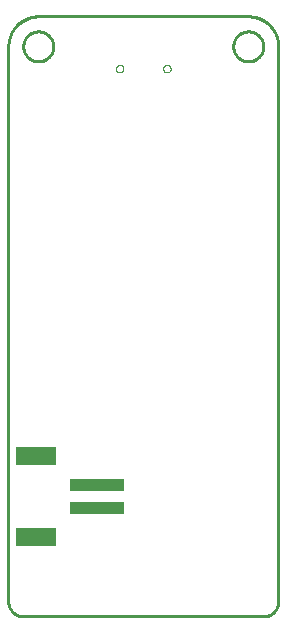
<source format=gbp>
G75*
%MOIN*%
%OFA0B0*%
%FSLAX25Y25*%
%IPPOS*%
%LPD*%
%AMOC8*
5,1,8,0,0,1.08239X$1,22.5*
%
%ADD10C,0.01000*%
%ADD11C,0.00000*%
%ADD12R,0.18110X0.03937*%
%ADD13R,0.13386X0.06299*%
D10*
X0006800Y0021144D02*
X0086800Y0021144D01*
X0086940Y0021146D01*
X0087080Y0021152D01*
X0087220Y0021162D01*
X0087360Y0021175D01*
X0087499Y0021193D01*
X0087638Y0021215D01*
X0087775Y0021240D01*
X0087913Y0021269D01*
X0088049Y0021302D01*
X0088184Y0021339D01*
X0088318Y0021380D01*
X0088451Y0021425D01*
X0088583Y0021473D01*
X0088713Y0021525D01*
X0088842Y0021580D01*
X0088969Y0021639D01*
X0089095Y0021702D01*
X0089219Y0021768D01*
X0089340Y0021837D01*
X0089460Y0021910D01*
X0089578Y0021987D01*
X0089693Y0022066D01*
X0089807Y0022149D01*
X0089917Y0022235D01*
X0090026Y0022324D01*
X0090132Y0022416D01*
X0090235Y0022511D01*
X0090336Y0022608D01*
X0090433Y0022709D01*
X0090528Y0022812D01*
X0090620Y0022918D01*
X0090709Y0023027D01*
X0090795Y0023137D01*
X0090878Y0023251D01*
X0090957Y0023366D01*
X0091034Y0023484D01*
X0091107Y0023604D01*
X0091176Y0023725D01*
X0091242Y0023849D01*
X0091305Y0023975D01*
X0091364Y0024102D01*
X0091419Y0024231D01*
X0091471Y0024361D01*
X0091519Y0024493D01*
X0091564Y0024626D01*
X0091605Y0024760D01*
X0091642Y0024895D01*
X0091675Y0025031D01*
X0091704Y0025169D01*
X0091729Y0025306D01*
X0091751Y0025445D01*
X0091769Y0025584D01*
X0091782Y0025724D01*
X0091792Y0025864D01*
X0091798Y0026004D01*
X0091800Y0026144D01*
X0091800Y0211144D01*
X0076800Y0211144D02*
X0076802Y0211285D01*
X0076808Y0211426D01*
X0076818Y0211566D01*
X0076832Y0211706D01*
X0076850Y0211846D01*
X0076871Y0211985D01*
X0076897Y0212124D01*
X0076926Y0212262D01*
X0076960Y0212398D01*
X0076997Y0212534D01*
X0077038Y0212669D01*
X0077083Y0212803D01*
X0077132Y0212935D01*
X0077184Y0213066D01*
X0077240Y0213195D01*
X0077300Y0213322D01*
X0077363Y0213448D01*
X0077429Y0213572D01*
X0077500Y0213695D01*
X0077573Y0213815D01*
X0077650Y0213933D01*
X0077730Y0214049D01*
X0077814Y0214162D01*
X0077900Y0214273D01*
X0077990Y0214382D01*
X0078083Y0214488D01*
X0078178Y0214591D01*
X0078277Y0214692D01*
X0078378Y0214790D01*
X0078482Y0214885D01*
X0078589Y0214977D01*
X0078698Y0215066D01*
X0078810Y0215151D01*
X0078924Y0215234D01*
X0079040Y0215314D01*
X0079159Y0215390D01*
X0079280Y0215462D01*
X0079402Y0215532D01*
X0079527Y0215597D01*
X0079653Y0215660D01*
X0079781Y0215718D01*
X0079911Y0215773D01*
X0080042Y0215825D01*
X0080175Y0215872D01*
X0080309Y0215916D01*
X0080444Y0215957D01*
X0080580Y0215993D01*
X0080717Y0216025D01*
X0080855Y0216054D01*
X0080993Y0216079D01*
X0081133Y0216099D01*
X0081273Y0216116D01*
X0081413Y0216129D01*
X0081554Y0216138D01*
X0081694Y0216143D01*
X0081835Y0216144D01*
X0081976Y0216141D01*
X0082117Y0216134D01*
X0082257Y0216123D01*
X0082397Y0216108D01*
X0082537Y0216089D01*
X0082676Y0216067D01*
X0082814Y0216040D01*
X0082952Y0216010D01*
X0083088Y0215975D01*
X0083224Y0215937D01*
X0083358Y0215895D01*
X0083492Y0215849D01*
X0083624Y0215800D01*
X0083754Y0215746D01*
X0083883Y0215689D01*
X0084010Y0215629D01*
X0084136Y0215565D01*
X0084259Y0215497D01*
X0084381Y0215426D01*
X0084501Y0215352D01*
X0084618Y0215274D01*
X0084733Y0215193D01*
X0084846Y0215109D01*
X0084957Y0215022D01*
X0085065Y0214931D01*
X0085170Y0214838D01*
X0085273Y0214741D01*
X0085373Y0214642D01*
X0085470Y0214540D01*
X0085564Y0214435D01*
X0085655Y0214328D01*
X0085743Y0214218D01*
X0085828Y0214106D01*
X0085910Y0213991D01*
X0085989Y0213874D01*
X0086064Y0213755D01*
X0086136Y0213634D01*
X0086204Y0213511D01*
X0086269Y0213386D01*
X0086331Y0213259D01*
X0086388Y0213130D01*
X0086443Y0213000D01*
X0086493Y0212869D01*
X0086540Y0212736D01*
X0086583Y0212602D01*
X0086622Y0212466D01*
X0086657Y0212330D01*
X0086689Y0212193D01*
X0086716Y0212055D01*
X0086740Y0211916D01*
X0086760Y0211776D01*
X0086776Y0211636D01*
X0086788Y0211496D01*
X0086796Y0211355D01*
X0086800Y0211214D01*
X0086800Y0211074D01*
X0086796Y0210933D01*
X0086788Y0210792D01*
X0086776Y0210652D01*
X0086760Y0210512D01*
X0086740Y0210372D01*
X0086716Y0210233D01*
X0086689Y0210095D01*
X0086657Y0209958D01*
X0086622Y0209822D01*
X0086583Y0209686D01*
X0086540Y0209552D01*
X0086493Y0209419D01*
X0086443Y0209288D01*
X0086388Y0209158D01*
X0086331Y0209029D01*
X0086269Y0208902D01*
X0086204Y0208777D01*
X0086136Y0208654D01*
X0086064Y0208533D01*
X0085989Y0208414D01*
X0085910Y0208297D01*
X0085828Y0208182D01*
X0085743Y0208070D01*
X0085655Y0207960D01*
X0085564Y0207853D01*
X0085470Y0207748D01*
X0085373Y0207646D01*
X0085273Y0207547D01*
X0085170Y0207450D01*
X0085065Y0207357D01*
X0084957Y0207266D01*
X0084846Y0207179D01*
X0084733Y0207095D01*
X0084618Y0207014D01*
X0084501Y0206936D01*
X0084381Y0206862D01*
X0084259Y0206791D01*
X0084136Y0206723D01*
X0084010Y0206659D01*
X0083883Y0206599D01*
X0083754Y0206542D01*
X0083624Y0206488D01*
X0083492Y0206439D01*
X0083358Y0206393D01*
X0083224Y0206351D01*
X0083088Y0206313D01*
X0082952Y0206278D01*
X0082814Y0206248D01*
X0082676Y0206221D01*
X0082537Y0206199D01*
X0082397Y0206180D01*
X0082257Y0206165D01*
X0082117Y0206154D01*
X0081976Y0206147D01*
X0081835Y0206144D01*
X0081694Y0206145D01*
X0081554Y0206150D01*
X0081413Y0206159D01*
X0081273Y0206172D01*
X0081133Y0206189D01*
X0080993Y0206209D01*
X0080855Y0206234D01*
X0080717Y0206263D01*
X0080580Y0206295D01*
X0080444Y0206331D01*
X0080309Y0206372D01*
X0080175Y0206416D01*
X0080042Y0206463D01*
X0079911Y0206515D01*
X0079781Y0206570D01*
X0079653Y0206628D01*
X0079527Y0206691D01*
X0079402Y0206756D01*
X0079280Y0206826D01*
X0079159Y0206898D01*
X0079040Y0206974D01*
X0078924Y0207054D01*
X0078810Y0207137D01*
X0078698Y0207222D01*
X0078589Y0207311D01*
X0078482Y0207403D01*
X0078378Y0207498D01*
X0078277Y0207596D01*
X0078178Y0207697D01*
X0078083Y0207800D01*
X0077990Y0207906D01*
X0077900Y0208015D01*
X0077814Y0208126D01*
X0077730Y0208239D01*
X0077650Y0208355D01*
X0077573Y0208473D01*
X0077500Y0208593D01*
X0077429Y0208716D01*
X0077363Y0208840D01*
X0077300Y0208966D01*
X0077240Y0209093D01*
X0077184Y0209222D01*
X0077132Y0209353D01*
X0077083Y0209485D01*
X0077038Y0209619D01*
X0076997Y0209754D01*
X0076960Y0209890D01*
X0076926Y0210026D01*
X0076897Y0210164D01*
X0076871Y0210303D01*
X0076850Y0210442D01*
X0076832Y0210582D01*
X0076818Y0210722D01*
X0076808Y0210862D01*
X0076802Y0211003D01*
X0076800Y0211144D01*
X0081800Y0221144D02*
X0082042Y0221141D01*
X0082283Y0221132D01*
X0082524Y0221118D01*
X0082765Y0221097D01*
X0083005Y0221071D01*
X0083245Y0221039D01*
X0083484Y0221001D01*
X0083721Y0220958D01*
X0083958Y0220908D01*
X0084193Y0220853D01*
X0084427Y0220793D01*
X0084659Y0220726D01*
X0084890Y0220655D01*
X0085119Y0220577D01*
X0085346Y0220494D01*
X0085571Y0220406D01*
X0085794Y0220312D01*
X0086014Y0220213D01*
X0086232Y0220108D01*
X0086447Y0219999D01*
X0086660Y0219884D01*
X0086870Y0219764D01*
X0087076Y0219639D01*
X0087280Y0219509D01*
X0087481Y0219374D01*
X0087678Y0219234D01*
X0087872Y0219090D01*
X0088062Y0218941D01*
X0088248Y0218787D01*
X0088431Y0218629D01*
X0088610Y0218467D01*
X0088785Y0218300D01*
X0088956Y0218129D01*
X0089123Y0217954D01*
X0089285Y0217775D01*
X0089443Y0217592D01*
X0089597Y0217406D01*
X0089746Y0217216D01*
X0089890Y0217022D01*
X0090030Y0216825D01*
X0090165Y0216624D01*
X0090295Y0216420D01*
X0090420Y0216214D01*
X0090540Y0216004D01*
X0090655Y0215791D01*
X0090764Y0215576D01*
X0090869Y0215358D01*
X0090968Y0215138D01*
X0091062Y0214915D01*
X0091150Y0214690D01*
X0091233Y0214463D01*
X0091311Y0214234D01*
X0091382Y0214003D01*
X0091449Y0213771D01*
X0091509Y0213537D01*
X0091564Y0213302D01*
X0091614Y0213065D01*
X0091657Y0212828D01*
X0091695Y0212589D01*
X0091727Y0212349D01*
X0091753Y0212109D01*
X0091774Y0211868D01*
X0091788Y0211627D01*
X0091797Y0211386D01*
X0091800Y0211144D01*
X0081800Y0221144D02*
X0011800Y0221144D01*
X0006800Y0211144D02*
X0006802Y0211285D01*
X0006808Y0211426D01*
X0006818Y0211566D01*
X0006832Y0211706D01*
X0006850Y0211846D01*
X0006871Y0211985D01*
X0006897Y0212124D01*
X0006926Y0212262D01*
X0006960Y0212398D01*
X0006997Y0212534D01*
X0007038Y0212669D01*
X0007083Y0212803D01*
X0007132Y0212935D01*
X0007184Y0213066D01*
X0007240Y0213195D01*
X0007300Y0213322D01*
X0007363Y0213448D01*
X0007429Y0213572D01*
X0007500Y0213695D01*
X0007573Y0213815D01*
X0007650Y0213933D01*
X0007730Y0214049D01*
X0007814Y0214162D01*
X0007900Y0214273D01*
X0007990Y0214382D01*
X0008083Y0214488D01*
X0008178Y0214591D01*
X0008277Y0214692D01*
X0008378Y0214790D01*
X0008482Y0214885D01*
X0008589Y0214977D01*
X0008698Y0215066D01*
X0008810Y0215151D01*
X0008924Y0215234D01*
X0009040Y0215314D01*
X0009159Y0215390D01*
X0009280Y0215462D01*
X0009402Y0215532D01*
X0009527Y0215597D01*
X0009653Y0215660D01*
X0009781Y0215718D01*
X0009911Y0215773D01*
X0010042Y0215825D01*
X0010175Y0215872D01*
X0010309Y0215916D01*
X0010444Y0215957D01*
X0010580Y0215993D01*
X0010717Y0216025D01*
X0010855Y0216054D01*
X0010993Y0216079D01*
X0011133Y0216099D01*
X0011273Y0216116D01*
X0011413Y0216129D01*
X0011554Y0216138D01*
X0011694Y0216143D01*
X0011835Y0216144D01*
X0011976Y0216141D01*
X0012117Y0216134D01*
X0012257Y0216123D01*
X0012397Y0216108D01*
X0012537Y0216089D01*
X0012676Y0216067D01*
X0012814Y0216040D01*
X0012952Y0216010D01*
X0013088Y0215975D01*
X0013224Y0215937D01*
X0013358Y0215895D01*
X0013492Y0215849D01*
X0013624Y0215800D01*
X0013754Y0215746D01*
X0013883Y0215689D01*
X0014010Y0215629D01*
X0014136Y0215565D01*
X0014259Y0215497D01*
X0014381Y0215426D01*
X0014501Y0215352D01*
X0014618Y0215274D01*
X0014733Y0215193D01*
X0014846Y0215109D01*
X0014957Y0215022D01*
X0015065Y0214931D01*
X0015170Y0214838D01*
X0015273Y0214741D01*
X0015373Y0214642D01*
X0015470Y0214540D01*
X0015564Y0214435D01*
X0015655Y0214328D01*
X0015743Y0214218D01*
X0015828Y0214106D01*
X0015910Y0213991D01*
X0015989Y0213874D01*
X0016064Y0213755D01*
X0016136Y0213634D01*
X0016204Y0213511D01*
X0016269Y0213386D01*
X0016331Y0213259D01*
X0016388Y0213130D01*
X0016443Y0213000D01*
X0016493Y0212869D01*
X0016540Y0212736D01*
X0016583Y0212602D01*
X0016622Y0212466D01*
X0016657Y0212330D01*
X0016689Y0212193D01*
X0016716Y0212055D01*
X0016740Y0211916D01*
X0016760Y0211776D01*
X0016776Y0211636D01*
X0016788Y0211496D01*
X0016796Y0211355D01*
X0016800Y0211214D01*
X0016800Y0211074D01*
X0016796Y0210933D01*
X0016788Y0210792D01*
X0016776Y0210652D01*
X0016760Y0210512D01*
X0016740Y0210372D01*
X0016716Y0210233D01*
X0016689Y0210095D01*
X0016657Y0209958D01*
X0016622Y0209822D01*
X0016583Y0209686D01*
X0016540Y0209552D01*
X0016493Y0209419D01*
X0016443Y0209288D01*
X0016388Y0209158D01*
X0016331Y0209029D01*
X0016269Y0208902D01*
X0016204Y0208777D01*
X0016136Y0208654D01*
X0016064Y0208533D01*
X0015989Y0208414D01*
X0015910Y0208297D01*
X0015828Y0208182D01*
X0015743Y0208070D01*
X0015655Y0207960D01*
X0015564Y0207853D01*
X0015470Y0207748D01*
X0015373Y0207646D01*
X0015273Y0207547D01*
X0015170Y0207450D01*
X0015065Y0207357D01*
X0014957Y0207266D01*
X0014846Y0207179D01*
X0014733Y0207095D01*
X0014618Y0207014D01*
X0014501Y0206936D01*
X0014381Y0206862D01*
X0014259Y0206791D01*
X0014136Y0206723D01*
X0014010Y0206659D01*
X0013883Y0206599D01*
X0013754Y0206542D01*
X0013624Y0206488D01*
X0013492Y0206439D01*
X0013358Y0206393D01*
X0013224Y0206351D01*
X0013088Y0206313D01*
X0012952Y0206278D01*
X0012814Y0206248D01*
X0012676Y0206221D01*
X0012537Y0206199D01*
X0012397Y0206180D01*
X0012257Y0206165D01*
X0012117Y0206154D01*
X0011976Y0206147D01*
X0011835Y0206144D01*
X0011694Y0206145D01*
X0011554Y0206150D01*
X0011413Y0206159D01*
X0011273Y0206172D01*
X0011133Y0206189D01*
X0010993Y0206209D01*
X0010855Y0206234D01*
X0010717Y0206263D01*
X0010580Y0206295D01*
X0010444Y0206331D01*
X0010309Y0206372D01*
X0010175Y0206416D01*
X0010042Y0206463D01*
X0009911Y0206515D01*
X0009781Y0206570D01*
X0009653Y0206628D01*
X0009527Y0206691D01*
X0009402Y0206756D01*
X0009280Y0206826D01*
X0009159Y0206898D01*
X0009040Y0206974D01*
X0008924Y0207054D01*
X0008810Y0207137D01*
X0008698Y0207222D01*
X0008589Y0207311D01*
X0008482Y0207403D01*
X0008378Y0207498D01*
X0008277Y0207596D01*
X0008178Y0207697D01*
X0008083Y0207800D01*
X0007990Y0207906D01*
X0007900Y0208015D01*
X0007814Y0208126D01*
X0007730Y0208239D01*
X0007650Y0208355D01*
X0007573Y0208473D01*
X0007500Y0208593D01*
X0007429Y0208716D01*
X0007363Y0208840D01*
X0007300Y0208966D01*
X0007240Y0209093D01*
X0007184Y0209222D01*
X0007132Y0209353D01*
X0007083Y0209485D01*
X0007038Y0209619D01*
X0006997Y0209754D01*
X0006960Y0209890D01*
X0006926Y0210026D01*
X0006897Y0210164D01*
X0006871Y0210303D01*
X0006850Y0210442D01*
X0006832Y0210582D01*
X0006818Y0210722D01*
X0006808Y0210862D01*
X0006802Y0211003D01*
X0006800Y0211144D01*
X0001800Y0211144D02*
X0001803Y0211386D01*
X0001812Y0211627D01*
X0001826Y0211868D01*
X0001847Y0212109D01*
X0001873Y0212349D01*
X0001905Y0212589D01*
X0001943Y0212828D01*
X0001986Y0213065D01*
X0002036Y0213302D01*
X0002091Y0213537D01*
X0002151Y0213771D01*
X0002218Y0214003D01*
X0002289Y0214234D01*
X0002367Y0214463D01*
X0002450Y0214690D01*
X0002538Y0214915D01*
X0002632Y0215138D01*
X0002731Y0215358D01*
X0002836Y0215576D01*
X0002945Y0215791D01*
X0003060Y0216004D01*
X0003180Y0216214D01*
X0003305Y0216420D01*
X0003435Y0216624D01*
X0003570Y0216825D01*
X0003710Y0217022D01*
X0003854Y0217216D01*
X0004003Y0217406D01*
X0004157Y0217592D01*
X0004315Y0217775D01*
X0004477Y0217954D01*
X0004644Y0218129D01*
X0004815Y0218300D01*
X0004990Y0218467D01*
X0005169Y0218629D01*
X0005352Y0218787D01*
X0005538Y0218941D01*
X0005728Y0219090D01*
X0005922Y0219234D01*
X0006119Y0219374D01*
X0006320Y0219509D01*
X0006524Y0219639D01*
X0006730Y0219764D01*
X0006940Y0219884D01*
X0007153Y0219999D01*
X0007368Y0220108D01*
X0007586Y0220213D01*
X0007806Y0220312D01*
X0008029Y0220406D01*
X0008254Y0220494D01*
X0008481Y0220577D01*
X0008710Y0220655D01*
X0008941Y0220726D01*
X0009173Y0220793D01*
X0009407Y0220853D01*
X0009642Y0220908D01*
X0009879Y0220958D01*
X0010116Y0221001D01*
X0010355Y0221039D01*
X0010595Y0221071D01*
X0010835Y0221097D01*
X0011076Y0221118D01*
X0011317Y0221132D01*
X0011558Y0221141D01*
X0011800Y0221144D01*
X0001800Y0211144D02*
X0001800Y0026144D01*
X0001802Y0026004D01*
X0001808Y0025864D01*
X0001818Y0025724D01*
X0001831Y0025584D01*
X0001849Y0025445D01*
X0001871Y0025306D01*
X0001896Y0025169D01*
X0001925Y0025031D01*
X0001958Y0024895D01*
X0001995Y0024760D01*
X0002036Y0024626D01*
X0002081Y0024493D01*
X0002129Y0024361D01*
X0002181Y0024231D01*
X0002236Y0024102D01*
X0002295Y0023975D01*
X0002358Y0023849D01*
X0002424Y0023725D01*
X0002493Y0023604D01*
X0002566Y0023484D01*
X0002643Y0023366D01*
X0002722Y0023251D01*
X0002805Y0023137D01*
X0002891Y0023027D01*
X0002980Y0022918D01*
X0003072Y0022812D01*
X0003167Y0022709D01*
X0003264Y0022608D01*
X0003365Y0022511D01*
X0003468Y0022416D01*
X0003574Y0022324D01*
X0003683Y0022235D01*
X0003793Y0022149D01*
X0003907Y0022066D01*
X0004022Y0021987D01*
X0004140Y0021910D01*
X0004260Y0021837D01*
X0004381Y0021768D01*
X0004505Y0021702D01*
X0004631Y0021639D01*
X0004758Y0021580D01*
X0004887Y0021525D01*
X0005017Y0021473D01*
X0005149Y0021425D01*
X0005282Y0021380D01*
X0005416Y0021339D01*
X0005551Y0021302D01*
X0005687Y0021269D01*
X0005825Y0021240D01*
X0005962Y0021215D01*
X0006101Y0021193D01*
X0006240Y0021175D01*
X0006380Y0021162D01*
X0006520Y0021152D01*
X0006660Y0021146D01*
X0006800Y0021144D01*
D11*
X0037676Y0203703D02*
X0037678Y0203773D01*
X0037684Y0203843D01*
X0037694Y0203912D01*
X0037707Y0203981D01*
X0037725Y0204049D01*
X0037746Y0204116D01*
X0037771Y0204181D01*
X0037800Y0204245D01*
X0037832Y0204308D01*
X0037868Y0204368D01*
X0037907Y0204426D01*
X0037949Y0204482D01*
X0037994Y0204536D01*
X0038042Y0204587D01*
X0038093Y0204635D01*
X0038147Y0204680D01*
X0038203Y0204722D01*
X0038261Y0204761D01*
X0038321Y0204797D01*
X0038384Y0204829D01*
X0038448Y0204858D01*
X0038513Y0204883D01*
X0038580Y0204904D01*
X0038648Y0204922D01*
X0038717Y0204935D01*
X0038786Y0204945D01*
X0038856Y0204951D01*
X0038926Y0204953D01*
X0038996Y0204951D01*
X0039066Y0204945D01*
X0039135Y0204935D01*
X0039204Y0204922D01*
X0039272Y0204904D01*
X0039339Y0204883D01*
X0039404Y0204858D01*
X0039468Y0204829D01*
X0039531Y0204797D01*
X0039591Y0204761D01*
X0039649Y0204722D01*
X0039705Y0204680D01*
X0039759Y0204635D01*
X0039810Y0204587D01*
X0039858Y0204536D01*
X0039903Y0204482D01*
X0039945Y0204426D01*
X0039984Y0204368D01*
X0040020Y0204308D01*
X0040052Y0204245D01*
X0040081Y0204181D01*
X0040106Y0204116D01*
X0040127Y0204049D01*
X0040145Y0203981D01*
X0040158Y0203912D01*
X0040168Y0203843D01*
X0040174Y0203773D01*
X0040176Y0203703D01*
X0040174Y0203633D01*
X0040168Y0203563D01*
X0040158Y0203494D01*
X0040145Y0203425D01*
X0040127Y0203357D01*
X0040106Y0203290D01*
X0040081Y0203225D01*
X0040052Y0203161D01*
X0040020Y0203098D01*
X0039984Y0203038D01*
X0039945Y0202980D01*
X0039903Y0202924D01*
X0039858Y0202870D01*
X0039810Y0202819D01*
X0039759Y0202771D01*
X0039705Y0202726D01*
X0039649Y0202684D01*
X0039591Y0202645D01*
X0039531Y0202609D01*
X0039468Y0202577D01*
X0039404Y0202548D01*
X0039339Y0202523D01*
X0039272Y0202502D01*
X0039204Y0202484D01*
X0039135Y0202471D01*
X0039066Y0202461D01*
X0038996Y0202455D01*
X0038926Y0202453D01*
X0038856Y0202455D01*
X0038786Y0202461D01*
X0038717Y0202471D01*
X0038648Y0202484D01*
X0038580Y0202502D01*
X0038513Y0202523D01*
X0038448Y0202548D01*
X0038384Y0202577D01*
X0038321Y0202609D01*
X0038261Y0202645D01*
X0038203Y0202684D01*
X0038147Y0202726D01*
X0038093Y0202771D01*
X0038042Y0202819D01*
X0037994Y0202870D01*
X0037949Y0202924D01*
X0037907Y0202980D01*
X0037868Y0203038D01*
X0037832Y0203098D01*
X0037800Y0203161D01*
X0037771Y0203225D01*
X0037746Y0203290D01*
X0037725Y0203357D01*
X0037707Y0203425D01*
X0037694Y0203494D01*
X0037684Y0203563D01*
X0037678Y0203633D01*
X0037676Y0203703D01*
X0053424Y0203703D02*
X0053426Y0203773D01*
X0053432Y0203843D01*
X0053442Y0203912D01*
X0053455Y0203981D01*
X0053473Y0204049D01*
X0053494Y0204116D01*
X0053519Y0204181D01*
X0053548Y0204245D01*
X0053580Y0204308D01*
X0053616Y0204368D01*
X0053655Y0204426D01*
X0053697Y0204482D01*
X0053742Y0204536D01*
X0053790Y0204587D01*
X0053841Y0204635D01*
X0053895Y0204680D01*
X0053951Y0204722D01*
X0054009Y0204761D01*
X0054069Y0204797D01*
X0054132Y0204829D01*
X0054196Y0204858D01*
X0054261Y0204883D01*
X0054328Y0204904D01*
X0054396Y0204922D01*
X0054465Y0204935D01*
X0054534Y0204945D01*
X0054604Y0204951D01*
X0054674Y0204953D01*
X0054744Y0204951D01*
X0054814Y0204945D01*
X0054883Y0204935D01*
X0054952Y0204922D01*
X0055020Y0204904D01*
X0055087Y0204883D01*
X0055152Y0204858D01*
X0055216Y0204829D01*
X0055279Y0204797D01*
X0055339Y0204761D01*
X0055397Y0204722D01*
X0055453Y0204680D01*
X0055507Y0204635D01*
X0055558Y0204587D01*
X0055606Y0204536D01*
X0055651Y0204482D01*
X0055693Y0204426D01*
X0055732Y0204368D01*
X0055768Y0204308D01*
X0055800Y0204245D01*
X0055829Y0204181D01*
X0055854Y0204116D01*
X0055875Y0204049D01*
X0055893Y0203981D01*
X0055906Y0203912D01*
X0055916Y0203843D01*
X0055922Y0203773D01*
X0055924Y0203703D01*
X0055922Y0203633D01*
X0055916Y0203563D01*
X0055906Y0203494D01*
X0055893Y0203425D01*
X0055875Y0203357D01*
X0055854Y0203290D01*
X0055829Y0203225D01*
X0055800Y0203161D01*
X0055768Y0203098D01*
X0055732Y0203038D01*
X0055693Y0202980D01*
X0055651Y0202924D01*
X0055606Y0202870D01*
X0055558Y0202819D01*
X0055507Y0202771D01*
X0055453Y0202726D01*
X0055397Y0202684D01*
X0055339Y0202645D01*
X0055279Y0202609D01*
X0055216Y0202577D01*
X0055152Y0202548D01*
X0055087Y0202523D01*
X0055020Y0202502D01*
X0054952Y0202484D01*
X0054883Y0202471D01*
X0054814Y0202461D01*
X0054744Y0202455D01*
X0054674Y0202453D01*
X0054604Y0202455D01*
X0054534Y0202461D01*
X0054465Y0202471D01*
X0054396Y0202484D01*
X0054328Y0202502D01*
X0054261Y0202523D01*
X0054196Y0202548D01*
X0054132Y0202577D01*
X0054069Y0202609D01*
X0054009Y0202645D01*
X0053951Y0202684D01*
X0053895Y0202726D01*
X0053841Y0202771D01*
X0053790Y0202819D01*
X0053742Y0202870D01*
X0053697Y0202924D01*
X0053655Y0202980D01*
X0053616Y0203038D01*
X0053580Y0203098D01*
X0053548Y0203161D01*
X0053519Y0203225D01*
X0053494Y0203290D01*
X0053473Y0203357D01*
X0053455Y0203425D01*
X0053442Y0203494D01*
X0053432Y0203563D01*
X0053426Y0203633D01*
X0053424Y0203703D01*
D12*
X0031367Y0065081D03*
X0031367Y0057207D03*
D13*
X0010894Y0047758D03*
X0010894Y0074530D03*
M02*

</source>
